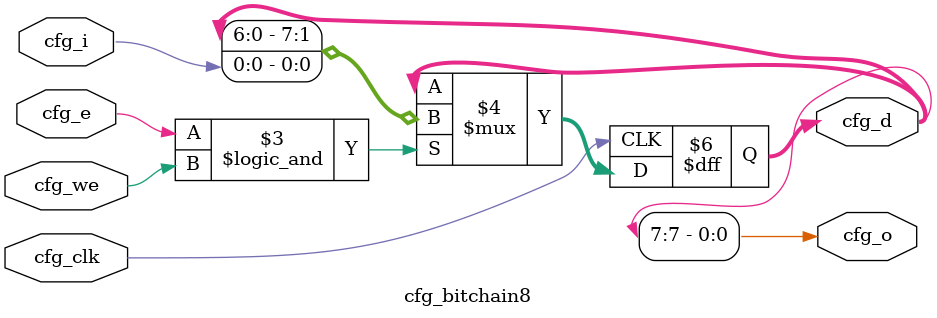
<source format=v>
module cfg_bitchain8 (
    input wire [0:0] cfg_clk,
    input wire [0:0] cfg_e,
    input wire [0:0] cfg_we,
    input wire [0:0] cfg_i,
    output reg [0:0] cfg_o,
    output reg [7:0] cfg_d
    );

    // combinational outputs
    always @* begin
        cfg_o = cfg_d[7];
    end

    always @(posedge cfg_clk) begin
        if (cfg_e && cfg_we) begin
            cfg_d <= {cfg_d, cfg_i};
        end
    end

endmodule

</source>
